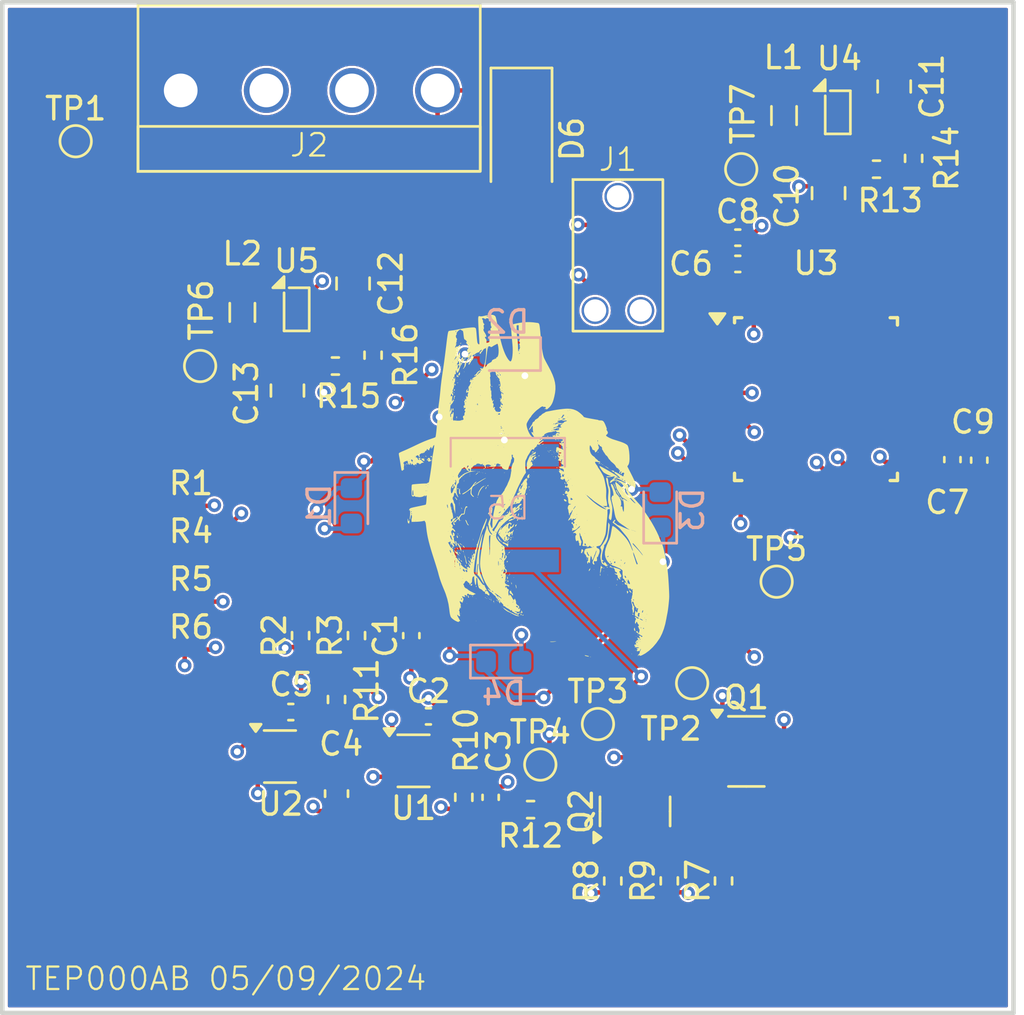
<source format=kicad_pcb>
(kicad_pcb (version 20240108) (generator "pcbnew") (generator_version "8.0")
  (layers (0 "F.Cu" signal) (1 "In1.Cu" signal) (2 "In2.Cu" signal) (31 "B.Cu" signal) (34 "B.Paste" user) (35 "F.Paste" user) (36 "B.SilkS" user "B.Silkscreen") (37 "F.SilkS" user "F.Silkscreen") (38 "B.Mask" user) (39 "F.Mask" user) (44 "Edge.Cuts" user))
  (net 0 "")
  (net 1 "GND")
  (net 2 "Vref")
  (net 3 "+3.3VA")
  (net 4 "Net-(D5-A)")
  (net 5 "+3V3")
  (net 6 "Net-(C3-Pad2)")
  (net 7 "Net-(C4-Pad1)")
  (net 8 "Net-(U2--)")
  (net 9 "VDC")
  (net 10 "Net-(D1-K)")
  (net 11 "Net-(D1-A)")
  (net 12 "Net-(D2-A)")
  (net 13 "Net-(D3-A)")
  (net 14 "Net-(D4-A)")
  (net 15 "PDI_DATA")
  (net 18 "PDI_CLK")
  (net 19 "MCU_RX")
  (net 20 "MCU_TX")
  (net 21 "Net-(U4-EN)")
  (net 22 "Net-(U4-Vin)")
  (net 23 "Net-(U5-LX1)")
  (net 24 "Net-(U5-LX2)")
  (net 25 "LED_EN")
  (net 26 "Net-(Q2-E)")
  (net 27 "Net-(Q2-B)")
  (net 28 "DAC")
  (net 29 "OHR_ADC")
  (net 30 "Net-(U4-LX2)")
  (net 31 "Net-(U5-FB)")
  (net 32 "Net-(U3-PC6)")
  (net 42 "EN_A")
  (net 44 "3V3A_EN")
  (footprint "Resistor_SMD:R_01005_0402Metric" (layer "F.Cu") (at 147.1676 117.2718)
    (property "Reference" "R5")
    (property "Value" "15R")
  )
  (footprint "Capacitor_SMD:C_0402_1005Metric" (layer "F.Cu") (at 182.245 110.9726 90)
    (property "Reference" "C9")
    (property "Value" "1u")
  )
  (footprint "Resistor_SMD:R_0402_1005Metric" (layer "F.Cu") (at 179.324 97.536 90)
    (property "Reference" "R14")
    (property "Value" "91k")
  )
  (footprint "Diode_SMD:D_SOD-128" (layer "F.Cu") (at 161.8742 96.6724 -90)
    (property "Reference" "D6")
    (property "Value" "fast")
  )
  (footprint "Capacitor_SMD:C_0805_2012Metric" (layer "F.Cu") (at 178.4604 94.3356 -90)
    (property "Reference" "C11")
    (property "Value" "22uF")
  )
  (footprint "Package_TO_SOT_SMD:SOT-23-3" (layer "F.Cu") (at 171.8818 123.9379)
    (property "Reference" "Q1")
    (property "Value" "2N7002k-7")
  )
  (footprint "Capacitor_SMD:C_0402_1005Metric" (layer "F.Cu") (at 157.734 122.3772 180)
    (property "Reference" "C2")
    (property "Value" "0u1")
  )
  (footprint "Resistor_SMD:R_0402_1005Metric" (layer "F.Cu") (at 170.8658 129.7057 -90)
    (property "Reference" "R7")
    (property "Value" "100R")
  )
  (footprint "Package_BGA:Texas_DSBGA-8_0.705x1.468mm_Layout2x4_P0.4mm" (layer "F.Cu") (at 175.9506 95.4868)
    (property "Reference" "U4")
    (property "Value" "TPS631011")
  )
  (footprint "Capacitor_SMD:C_0402_1005Metric" (layer "F.Cu") (at 151.61 122.1873 180)
    (property "Reference" "C5")
    (property "Value" "0u1")
  )
  (footprint "Resistor_SMD:R_01005_0402Metric" (layer "F.Cu") (at 147.1676 119.404734)
    (property "Reference" "R6")
    (property "Value" "15R")
  )
  (footprint "TestPoint:TestPoint_Pad_D1.0mm" (layer "F.Cu") (at 171.6532 98.0186)
    (property "Reference" "TP7")
    (property "Value" "3V3A")
  )
  (footprint "Package_TO_SOT_SMD:SOT-353_SC-70-5" (layer "F.Cu") (at 151.13 124.1685)
    (property "Reference" "U2")
    (property "Value" "MCP6006T-E/LT")
  )
  (footprint "Resistor_SMD:R_0402_1005Metric" (layer "F.Cu") (at 152.0444 118.7837 90)
    (property "Reference" "R2")
    (property "Value" "100k")
  )
  (footprint "Capacitor_SMD:C_0805_2012Metric" (layer "F.Cu") (at 154.3812 103.1088 -90)
    (property "Reference" "C12")
    (property "Value" "22uF")
  )
  (footprint "Resistor_SMD:R_0402_1005Metric" (layer "F.Cu") (at 155.2702 106.299 90)
    (property "Reference" "R16")
    (property "Value" "91k")
  )
  (footprint "Package_QFP:TQFP-32_7x7mm_P0.8mm" (layer "F.Cu") (at 174.9806 108.2548)
    (property "Reference" "U3")
    (property "Value" "ATxmega8E5-A")
  )
  (footprint "Capacitor_SMD:C_0603_1608Metric" (layer "F.Cu") (at 153.6446 125.8195 90)
    (property "Reference" "C4")
    (property "Value" "1u5")
  )
  (footprint "TestPoint:TestPoint_Pad_D1.0mm" (layer "F.Cu") (at 173.228 116.3828)
    (property "Reference" "TP5")
    (property "Value" "MCU")
  )
  (footprint "Capacitor_SMD:C_0805_2012Metric" (layer "F.Cu") (at 151.4602 107.8738 -90)
    (property "Reference" "C13")
    (property "Value" "47uF")
  )
  (footprint "Capacitor_SMD:C_0805_2012Metric" (layer "F.Cu") (at 175.5394 99.0854 -90)
    (property "Reference" "C10")
    (property "Value" "47uF")
  )
  (footprint "Resistor_SMD:R_0402_1005Metric" (layer "F.Cu") (at 177.673 98.0186)
    (property "Reference" "R13")
    (property "Value" "511k")
  )
  (footprint "Resistor_SMD:R_01005_0402Metric" (layer "F.Cu") (at 147.1676 115.138867)
    (property "Reference" "R4")
    (property "Value" "15R")
  )
  (footprint "MyFootPrints:PDI_AVR_TagConnect" (layer "F.Cu") (at 166.1668 101.769 90)
    (property "Reference" "J1")
    (property "Value" "AVR-PDI-6")
  )
  (footprint "Inductor_SMD:L_0805_2012Metric_Pad1.05x1.20mm_HandSolder" (layer "F.Cu") (at 149.4536 104.394 -90)
    (property "Reference" "L2")
    (property "Value" "1uH")
  )
  (footprint "Resistor_SMD:R_0402_1005Metric" (layer "F.Cu") (at 165.9382 129.7077 90)
    (property "Reference" "R8")
    (property "Value" "100R")
  )
  (footprint "TestPoint:TestPoint_Pad_D1.0mm" (layer "F.Cu") (at 169.4688 120.904)
    (property "Reference" "TP2")
    (property "Value" "LED_EN")
  )
  (footprint "MyFootPrints:3.81mm4PosTerm_2007987" (layer "F.Cu") (at 152.4254 94.4118)
    (property "Reference" "J2")
    (property "Value" "Conn")
  )
  (footprint "Capacitor_SMD:C_0402_1005Metric" (layer "F.Cu") (at 181.0512 110.9472 -90)
    (property "Reference" "C7")
    (property "Value" "0u1")
  )
  (footprint "Inductor_SMD:L_0805_2012Metric_Pad1.05x1.20mm_HandSolder" (layer "F.Cu") (at 173.5582 95.631 -90)
    (property "Reference" "L1")
    (property "Value" "1uH")
  )
  (footprint "TestPoint:TestPoint_Pad_D1.0mm" (layer "F.Cu") (at 162.7124 124.5241)
    (property "Reference" "TP4")
    (property "Value" "OHR_O")
  )
  (footprint "Capacitor_SMD:C_0402_1005Metric" (layer "F.Cu") (at 156.972 118.7837 90)
    (property "Reference" "C1")
    (property "Value" "0u1")
  )
  (footprint "Capacitor_SMD:C_0402_1005Metric" (layer "F.Cu") (at 171.5008 102.235 180)
    (property "Reference" "C6")
    (property "Value" "0u1")
  )
  (footprint "TestPoint:TestPoint_Pad_D1.0mm" (layer "F.Cu") (at 147.574 106.7816)
    (property "Reference" "TP6")
    (property "Value" "3V3A")
  )
  (footprint "Resistor_SMD:R_0402_1005Metric" (layer "F.Cu") (at 159.3088 125.984 -90)
    (property "Reference" "R10")
    (property "Value" "1Meg")
  )
  (footprint "Resistor_SMD:R_0402_1005Metric" (layer "F.Cu") (at 154.5336 118.7837 90)
    (property "Reference" "R3")
    (property "Value" "100k")
  )
  (footprint "Package_TO_SOT_SMD:SOT-23" (layer "F.Cu") (at 166.9288 126.6109 90)
    (property "Reference" "Q2")
    (property "Value" "BC849C,125")
  )
  (footprint "Package_TO_SOT_SMD:SOT-353_SC-70-5" (layer "F.Cu") (at 157.0736 124.3584)
    (property "Reference" "U1")
    (property "Value" "MCP6006T-E/LT")
  )
  (footprint "TestPoint:TestPoint_Pad_D1.0mm" (layer "F.Cu") (at 165.2778 122.7207)
    (property "Reference" "TP3")
    (property "Value" "V_BLEED")
  )
  (footprint "Resistor_SMD:R_0402_1005Metric" (layer "F.Cu") (at 168.4528 129.7037 90)
    (property "Reference" "R9")
    (property "Value" "DNM")
  )
  (footprint "Resistor_SMD:R_0402_1005Metric" (layer "F.Cu") (at 153.5938 106.7816)
    (property "Reference" "R15")
    (property "Value" "511k")
  )
  (footprint "Package_BGA:Texas_DSBGA-8_0.705x1.468mm_Layout2x4_P0.4mm" (layer "F.Cu") (at 151.8698 104.2574)
    (property "Reference" "U5")
    (property "Value" "TPS631011")
  )
  (footprint "Resistor_SMD:R_01005_0402Metric" (layer "F.Cu") (at 147.1676 113.005934)
    (property "Reference" "R1")
    (property "Value" "15R")
  )
  (footprint "Capacitor_SMD:C_0402_1005Metric" (layer "F.Cu") (at 171.5008 101.0666)
    (property "Reference" "C8")
    (property "Value" "1u")
  )
  (footprint "Resistor_SMD:R_0402_1005Metric" (layer "F.Cu") (at 162.2806 126.5307 180)
    (property "Reference" "R12")
    (property "Value" "100R")
  )
  (footprint "Capacitor_SMD:C_0402_1005Metric" (layer "F.Cu") (at 160.5026 125.984 -90)
    (property "Reference" "C3")
    (property "Value" "160pF")
  )
  (footprint "TestPoint:TestPoint_Pad_D1.0mm" (layer "F.Cu") (at 142.0368 96.7724)
    (property "Reference" "TP1")
    (property "Value" "GND")
  )
  (footprint "LOGO" (layer "F.Cu") (at 163.125363 114.068332)
    (property "Reference" "G***" (hide yes))
    (property "Value" "LOGO" (hide yes))
  )
  (footprint "Resistor_SMD:R_0402_1005Metric" (layer "F.Cu") (at 153.6446 121.6285 -90)
    (property "Reference" "R11")
    (property "Value" "1Meg")
  )
  (footprint "MyFootPrints:TEMD5510FX01" (layer "B.Cu") (at 161.2646 113.1062 -90)
    (property "Reference" "D5")
    (property "Value" "TEMD5510FX01")
  )
  (footprint "Diode_SMD:D_0603_1608Metric" (layer "B.Cu") (at 154.305 113.0046 -90)
    (property "Reference" "D1")
    (property "Value" "MP005927")
  )
  (footprint "Diode_SMD:D_0603_1608Metric" (layer "B.Cu") (at 168.0464 113.1824 90)
    (property "Reference" "D3")
    (property "Value" "MP005927")
  )
  (footprint "Diode_SMD:D_0603_1608Metric" (layer "B.Cu") (at 161.0868 119.9388)
    (property "Reference" "D4")
    (property "Value" "MP005927")
  )
  (footprint "Diode_SMD:D_0603_1608Metric" (layer "B.Cu") (at 161.2392 106.2482 180)
    (property "Reference" "D2")
    (property "Value" "MP005927")
  )
  (gr_line (start 183.769 135.5852) (end 183.769 90.5852) (stroke (width 0.2)) (layer "Edge.Cuts"))
  (gr_line (start 138.769 135.5852) (end 183.769 135.5852) (stroke (width 0.2)) (layer "Edge.Cuts"))
  (gr_line (start 183.769 90.5852) (end 138.769 90.5852) (stroke (width 0.2)) (layer "Edge.Cuts"))
  (gr_line (start 138.769 90.5852) (end 138.769 135.5852) (stroke (width 0.2)) (layer "Edge.Cuts"))
  (gr_text "TEP000AB 05/09/2024" (at 139.7254 134.6454 0) (layer "F.SilkS") (effects (font (size 1 1) (thickness 0.1)) (justify left bottom)))
  (segment (start 156.0624 125.0696) (end 156.1236 125.0084) (width 0.2) (layer "F.Cu") (net 2))
  (segment (start 156.972 120.609835) (end 156.916035 120.6658) (width 0.2) (layer "F.Cu") (net 2))
  (segment (start 155.2702 125.0696) (end 156.0624 125.0696) (width 0.2) (layer "F.Cu") (net 2))
  (segment (start 150.1394 125.8062) (end 150.1394 124.8591) (width 0.2) (layer "F.Cu") (net 2))
  (segment (start 154.5336 119.2937) (end 156.942 119.2937) (width 0.2) (layer "F.Cu") (net 2))
  (segment (start 156.942 119.2937) (end 156.972 119.2637) (width 0.2) (layer "F.Cu") (net 2))
  (segment (start 153.5136 118.2737) (end 154.5336 119.2937) (width 0.2) (layer "F.Cu") (net 2))
  (segment (start 156.972 119.2637) (end 156.972 120.609835) (width 0.2) (layer "F.Cu") (net 2))
  (segment (start 150.1394 124.8591) (end 150.18 124.8185) (width 0.2) (layer "F.Cu") (net 2))
  (segment (start 152.0444 118.2737) (end 153.5136 118.2737) (width 0.2) (layer "F.Cu") (net 2))
  (via (at 156.916035 120.6658) (size 0.6) (drill 0.3) (layers "F.Cu" "B.Cu") (net 2))
  (via (at 150.1394 125.8062) (size 0.6) (drill 0.3) (layers "F.Cu" "B.Cu") (net 2))
  (via (at 155.2702 125.0696) (size 0.6) (drill 0.3) (layers "F.Cu" "B.Cu") (net 2))
  (segment (start 158.214 123.518) (end 158.0236 123.7084) (width 0.2) (layer "F.Cu") (net 3))
  (segment (start 153.0858 107.95) (end 153.0858 106.7836) (width 0.2) (layer "F.Cu") (net 3))
  (segment (start 152.0698 120.8278) (end 152.0698 119.3191) (width 0.2) (layer "F.Cu") (net 3))
  (segment (start 153.0838 106.7816) (end 151.6024 106.7816) (width 0.2) (layer "F.Cu") (net 3))
  (segment (start 152.0698 122.1671) (end 152.09 122.1873) (width 0.2) (layer "F.Cu") (net 3))
  (segment (start 161.1122 110.074) (end 159.5532 110.074) (width 0.2) (layer "F.Cu") (net 3))
  (segment (start 158.214 122.3772) (end 158.214 122.0444) (width 0.2) (layer "F.Cu") (net 3))
  (segment (start 151.318 106.7816) (end 151.4602 106.9238) (width 0.2) (layer "F.Cu") (net 3))
  (segment (start 151.6698 104.8574) (end 151.6698 106.7142) (width 0.2) (layer "F.Cu") (net 3))
  (segment (start 152.09 122.1873) (end 152.09 123.5085) (width 0.2) (layer "F.Cu") (net 3))
  (segment (start 152.0698 120.8278) (end 152.0698 122.1671) (width 0.2) (layer "F.Cu") (net 3))
  (segment (start 146.9176 115.138867) (end 146.9176 117.2718) (width 0.2) (layer "F.Cu") (net 3))
  (segment (start 151.4602 106.9238) (end 146.9176 111.4664) (width 0.2) (layer "F.Cu") (net 3))
  (segment (start 151.6024 106.7816) (end 151.4602 106.9238) (width 0.2) (layer "F.Cu") (net 3))
  (segment (start 158.526565 109.047365) (end 158.211435 109.047365) (width 0.2) (layer "F.Cu") (net 3))
  (segment (start 152.0698 119.3191) (end 152.0444 119.2937) (width 0.2) (layer "F.Cu") (net 3))
  (segment (start 158.6484 109.1692) (end 158.526565 109.047365) (width 0.2) (layer "F.Cu") (net 3))
  (segment (start 146.9176 111.4664) (end 146.9176 113.005934) (width 0.2) (layer "F.Cu") (net 3))
  (segment (start 158.214 122.3772) (end 158.214 123.518) (width 0.2) (layer "F.Cu") (net 3))
  (segment (start 146.8882 120.1166) (end 146.8882 119.434134) (width 0.2) (layer "F.Cu") (net 3))
  (segment (start 151.6698 106.7142) (end 151.4602 106.9238) (width 0.2) (layer "F.Cu") (net 3))
  (segment (start 159.5532 110.074) (end 158.6484 109.1692) (width 0.2) (layer "F.Cu") (net 3))
  (segment (start 151.3941 119.2937) (end 151.3586 119.3292) (width 0.2) (layer "F.Cu") (net 3))
  (segment (start 146.8882 119.434134) (end 146.9176 119.404734) (width 0.2) (layer "F.Cu") (net 3))
  (segment (start 152.09 123.5085) (end 152.08 123.5185) (width 0.2) (layer "F.Cu") (net 3))
  (segment (start 146.9176 113.005934) (end 146.9176 115.138867) (width 0.2) (layer "F.Cu") (net 3))
  (segment (start 147.574 106.7816) (end 151.318 106.7816) (width 0.2) (layer "F.Cu") (net 3))
  (segment (start 152.0444 119.2937) (end 151.3941 119.2937) (width 0.2) (layer "F.Cu") (net 3))
  (segment (start 146.9176 117.2718) (end 146.9176 119.404734) (width 0.2) (layer "F.Cu") (net 3))
  (segment (start 153.0858 106.7836) (end 153.0838 106.7816) (width 0.2) (layer "F.Cu") (net 3))
  (segment (start 158.214 122.0444) (end 157.734 121.5644) (width 0.2) (layer "F.Cu") (net 3))
  (via (at 151.3586 119.3292) (size 0.6) (drill 0.3) (layers "F.Cu" "B.Cu") (net 3))
  (via (at 157.734 121.5644) (size 0.6) (drill 0.3) (layers "F.Cu" "B.Cu") (net 3))
  (via (at 146.8882 120.1166) (size 0.6) (drill 0.3) (layers "F.Cu" "B.Cu") (net 3))
  (via (at 158.211435 109.047365) (size 0.6) (drill 0.3) (layers "F.Cu" "B.Cu") (net 3))
  (via (at 161.1122 110.074) (size 0.6) (drill 0.3) (layers "F.Cu" "B.Cu") (net 3))
  (via (at 153.0858 107.95) (size 0.6) (drill 0.3) (layers "F.Cu" "B.Cu") (net 3))
  (via (at 152.0698 120.8278) (size 0.6) (drill 0.3) (layers "F.Cu" "B.Cu") (net 3))
  (segment (start 161.2646 110.7562) (end 161.2646 110.2264) (width 0.2) (layer "B.Cu") (net 3))
  (segment (start 161.2646 110.2264) (end 161.1122 110.074) (width 0.2) (layer "B.Cu") (net 3))
  (segment (start 166.9288 124.0282) (end 166.9288 125.6734) (width 0.2) (layer "F.Cu") (net 4))
  (segment (start 158.4892 125.474) (end 158.0236 125.0084) (width 0.2) (layer "F.Cu") (net 4))
  (segment (start 159.3088 125.474) (end 158.4892 125.474) (width 0.2) (layer "F.Cu") (net 4))
  (segment (start 166.751 124.206) (end 166.9288 124.0282) (width 0.2) (layer "F.Cu") (net 4))
  (segment (start 167.2082 120.5992) (end 166.9288 120.8786) (width 0.2) (layer "F.Cu") (net 4))
  (segment (start 160.5026 125.504) (end 159.3388 125.504) (width 0.2) (layer "F.Cu") (net 4))
  (segment (start 159.3388 125.504) (end 159.3088 125.474) (width 0.2) (layer "F.Cu") (net 4))
  (segment (start 165.989 124.206) (end 166.751 124.206) (width 0.2) (layer "F.Cu") (net 4))
  (segment (start 160.5026 125.504) (end 161.0588 125.504) (width 0.2) (layer "F.Cu") (net 4))
  (segment (start 166.9288 120.8786) (end 166.9288 124.0282) (width 0.2) (layer "F.Cu") (net 4))
  (segment (start 161.0588 125.504) (end 161.2646 125.2982) (width 0.2) (layer "F.Cu") (net 4))
  (via (at 165.989 124.206) (size 0.6) (drill 0.3) (layers "F.Cu" "B.Cu") (net 4))
  (via (at 167.2082 120.5992) (size 0.6) (drill 0.3) (layers "F.Cu" "B.Cu") (net 4))
  (via (at 161.2646 125.2982) (size 0.6) (drill 0.3) (layers "F.Cu" "B.Cu") (net 4))
  (segment (start 162.0652 115.4562) (end 167.2082 120.5992) (width 0.2) (layer "B.Cu") (net 4))
  (segment (start 161.2646 115.4562) (end 162.0652 115.4562) (width 0.2) (layer "B.Cu") (net 4))
  (segment (start 179.603 111.4272) (end 179.2306 111.0548) (width 0.2) (layer "F.Cu") (net 5))
  (segment (start 172.0342 101.0666) (end 172.5676 100.5332) (width 0.2) (layer "F.Cu") (net 5))
  (segment (start 171.9808 101.0666) (end 171.0197 100.1055) (width 0.2) (layer "F.Cu") (net 5))
  (segment (start 182.245 111.4526) (end 181.0766 111.4526) (width 0.2) (layer "F.Cu") (net 5))
  (segment (start 175.7506 96.0868) (end 175.7506 97.9242) (width 0.2) (layer "F.Cu") (net 5))
  (segment (start 171.77 98.1354) (end 171.6532 98.0186) (width 0.2) (layer "F.Cu") (net 5))
  (segment (start 171.9808 103.805) (end 172.1806 104.0048) (width 0.2) (layer "F.Cu") (net 5))
  (segment (start 181.0512 111.4272) (end 179.603 111.4272) (width 0.2) (layer "F.Cu") (net 5))
  (segment (start 175.5394 98.1354) (end 171.77 98.1354) (width 0.2) (layer "F.Cu") (net 5))
  (segment (start 172.212 105.3592) (end 172.212 104.0362) (width 0.2) (layer "F.Cu") (net 5))
  (segment (start 175.6562 98.0186) (end 175.5394 98.1354) (width 0.2) (layer "F.Cu") (net 5))
  (segment (start 175.7506 97.9242) (end 175.5394 98.1354) (width 0.2) (layer "F.Cu") (net 5))
  (segment (start 171.0197 100.1055) (end 167.1953 100.1055) (width 0.2) (layer "F.Cu") (net 5))
  (segment (start 174.2186 98.7806) (end 174.8942 98.7806) (width 0.2) (layer "F.Cu") (net 5))
  (segment (start 178.06 111.0548) (end 177.8254 110.8202) (width 0.2) (layer "F.Cu") (net 5))
  (segment (start 171.9808 101.0666) (end 172.0342 101.0666) (width 0.2) (layer "F.Cu") (net 5))
  (segment (start 174.8942 98.7806) (end 175.5394 98.1354) (width 0.2) (layer "F.Cu") (net 5))
  (segment (start 172.212 104.0362) (end 172.1806 104.0048) (width 0.2) (layer "F.Cu") (net 5))
  (segment (start 171.9808 101.0666) (end 171.9808 102.235) (width 0.2) (layer "F.Cu") (net 5))
  (segment (start 167.1953 100.1055) (end 166.8018 100.499) (width 0.2) (layer "F.Cu") (net 5))
  (segment (start 177.163 98.0186) (end 175.6562 98.0186) (width 0.2) (layer "F.Cu") (net 5))
  (segment (start 171.9808 102.235) (end 171.9808 103.805) (width 0.2) (layer "F.Cu") (net 5))
  (segment (start 181.0766 111.4526) (end 181.0512 111.4272) (width 0.2) (layer "F.Cu") (net 5))
  (segment (start 179.2306 111.0548) (end 178.06 111.0548) (width 0.2) (layer "F.Cu") (net 5))
  (via (at 174.2186 98.7806) (size 0.6) (drill 0.3) (layers "F.Cu" "B.Cu") (net 5))
  (via (at 172.212 105.3592) (size 0.6) (drill 0.3) (layers "F.Cu" "B.Cu") (net 5))
  (via (at 177.8254 110.8202) (size 0.6) (drill 0.3) (layers "F.Cu" "B.Cu") (net 5))
  (via (at 172.5676 100.5332) (size 0.6) (drill 0.3) (layers "F.Cu" "B.Cu") (net 5))
  (segment (start 155.4988 121.539) (end 155.0783 121.1185) (width 0.2) (layer "F.Cu") (net 6))
  (segment (start 159.3388 126.464) (end 159.3088 126.494) (width 0.2) (layer "F.Cu") (net 6))
  (segment (start 160.5693 126.5307) (end 160.5026 126.464) (width 0.2) (layer "F.Cu") (net 6))
  (segment (start 156.1236 122.5448) (end 156.0957 122.5169) (width 0.2) (layer "F.Cu") (net 6))
  (segment (start 155.0783 121.1185) (end 153.6446 121.1185) (width 0.2) (layer "F.Cu") (net 6))
  (segment (start 156.1236 123.7084) (end 156.1236 122.5448) (width 0.2) (layer "F.Cu") (net 6))
  (segment (start 161.7706 126.5307) (end 160.5693 126.5307) (width 0.2) (layer "F.Cu") (net 6))
  (segment (start 159.3088 126.494) (end 158.371 126.494) (width 0.2) (layer "F.Cu") (net 6))
  (segment (start 160.5026 126.464) (end 159.3388 126.464) (width 0.2) (layer "F.Cu") (net 6))
  (segment (start 158.371 126.494) (end 158.2928 126.4158) (width 0.2) (layer "F.Cu") (net 6))
  (via (at 158.2928 126.4158) (size 0.6) (drill 0.3) (layers "F.Cu" "B.Cu") (net 6))
  (via (at 156.0957 122.5169) (size 0.6) (drill 0.3) (layers "F.Cu" "B.Cu") (net 6))
  (via (at 155.4988 121.539) (size 0.6) (drill 0.3) (layers "F.Cu" "B.Cu") (net 6))
  (segment (start 165.9382 130.2177) (end 165.0065 130.2177) (width 0.2) (layer "F.Cu") (net 7))
  (segment (start 149.6585 123.5185) (end 150.18 123.5185) (width 0.2) (layer "F.Cu") (net 7))
  (segment (start 153.6446 126.5945) (end 152.8073 126.5945) (width 0.2) (layer "F.Cu") (net 7))
  (segment (start 152.8073 126.5945) (end 152.6032 126.3904) (width 0.2) (layer "F.Cu") (net 7))
  (segment (start 165.0065 130.2177) (end 164.973 130.2512) (width 0.2) (layer "F.Cu") (net 7))
  (segment (start 149.225 123.952) (end 149.6585 123.5185) (width 0.2) (layer "F.Cu") (net 7))
  (via (at 152.6032 126.3904) (size 0.6) (drill 0.3) (layers "F.Cu" "B.Cu") (net 7))
  (via (at 164.973 130.2512) (size 0.6) (drill 0.3) (layers "F.Cu" "B.Cu") (net 7))
  (via (at 149.225 123.952) (size 0.6) (drill 0.3) (layers "F.Cu" "B.Cu") (net 7))
  (segment (start 153.6446 125.0445) (end 153.6446 122.1385) (width 0.2) (layer "F.Cu") (net 8))
  (segment (start 153.6446 125.0445) (end 152.306 125.0445) (width 0.2) (layer "F.Cu") (net 8))
  (segment (start 152.306 125.0445) (end 152.08 124.8185) (width 0.2) (layer "F.Cu") (net 8))
  (segment (start 162.6906 93.656) (end 161.8742 94.4724) (width 0.2) (layer "F.Cu") (net 9))
  (segment (start 158.1404 94.5118) (end 161.8348 94.5118) (width 0.2) (layer "F.Cu") (net 9))
  (segment (start 153.002714 102.1588) (end 151.6698 103.491714) (width 0.2) (layer "F.Cu") (net 9))
  (segment (start 176.1506 94.8868) (end 176.9592 94.8868) (width 0.2) (layer "F.Cu") (net 9))
  (segment (start 158.1404 94.5118) (end 158.1404 99.4664) (width 0.2) (layer "F.Cu") (net 9))
  (segment (start 151.6698 103.491714) (end 151.6698 103.6574) (width 0.2) (layer "F.Cu") (net 9))
  (segment (start 161.8348 94.5118) (end 161.8742 94.4724) (width 0.2) (layer "F.Cu") (net 9))
  (segment (start 176.9592 94.8868) (end 178.4604 93.3856) (width 0.2) (layer "F.Cu") (net 9))
  (segment (start 175.7506 94.8868) (end 174.5198 93.656) (width 0.2) (layer "F.Cu") (net 9))
  (segment (start 174.5198 93.656) (end 162.6906 93.656) (width 0.2) (layer "F.Cu") (net 9))
  (segment (start 155.448 102.1588) (end 154.3812 102.1588) (width 0.2) (layer "F.Cu") (net 9))
  (segment (start 158.1404 99.4664) (end 155.448 102.1588) (width 0.2) (layer "F.Cu") (net 9))
  (segment (start 154.3812 102.1588) (end 153.002714 102.1588) (width 0.2) (layer "F.Cu") (net 9))
  (segment (start 176.1506 94.8868) (end 175.7506 94.8868) (width 0.2) (layer "F.Cu") (net 9))
  (segment (start 154.717234 115.1128) (end 158.6738 119.069366) (width 0.2) (layer "F.Cu") (net 10))
  (segment (start 168.1734 116.2304) (end 168.1734 115.4938) (width 0.2) (layer "F.Cu") (net 10))
  (segment (start 155.194 111.0234) (end 154.8638 111.0234) (width 0.2) (layer "F.Cu") (net 10))
  (segment (start 162.8648 121.539) (end 168.1734 116.2304) (width 0.2) (layer "F.Cu") (net 10))
  (segment (start 162.0266 107.2134) (end 161.8488 107.3912) (width 0.2) (layer "F.Cu") (net 10))
  (segment (start 161.8488 107.3912) (end 158.8262 107.3912) (width 0.2) (layer "F.Cu") (net 10))
  (segment (start 158.8262 107.3912) (end 155.194 111.0234) (width 0.2) (layer "F.Cu") (net 10))
  (segment (start 152.6286 115.1128) (end 154.717234 115.1128) (width 0.2) (layer "F.Cu") (net 10))
  (segment (start 152.5112 113.4014) (end 152.5112 114.9954) (width 0.2) (layer "F.Cu") (net 10))
  (segment (start 152.7556 113.157) (end 152.5112 113.4014) (width 0.2) (layer "F.Cu") (net 10))
  (segment (start 168.7322 116.2304) (end 172.2374 119.7356) (width 0.2) (layer "F.Cu") (net 10))
  (segment (start 168.1734 116.2304) (end 168.7322 116.2304) (width 0.2) (layer "F.Cu") (net 10))
  (segment (start 173.5582 123.399) (end 173.0193 123.9379) (width 0.2) (layer "F.Cu") (net 10))
  (segment (start 158.6738 119.069366) (end 158.6738 119.6848) (width 0.2) (layer "F.Cu") (net 10))
  (segment (start 173.5582 122.5296) (end 173.5582 123.399) (width 0.2) (layer "F.Cu") (net 10))
  (segment (start 152.5112 114.9954) (end 152.6286 115.1128) (width 0.2) (layer "F.Cu") (net 10))
  (via (at 158.6738 119.6848) (size 0.6) (drill 0.3) (layers "F.Cu" "B.Cu") (net 10))
  (via (at 162.8648 121.539) (size 0.6) (drill 0.3) (layers "F.Cu" "B.Cu") (net 10))
  (via (at 154.8638 111.0234) (size 0.6) (drill 0.3) (layers "F.Cu" "B.Cu") (net 10))
  (via (at 168.1734 115.4938) (size 0.6) (drill 0.3) (layers "F.Cu" "B.Cu") (net 10))
  (via (at 173.5582 122.5296) (size 0.6) (drill 0.3) (layers "F.Cu" "B.Cu") (net 10))
  (via (at 172.2374 119.7356) (size 0.6) (drill 0.3) (layers "F.Cu" "B.Cu") (net 10))
  (via (at 152.7556 113.157) (size 0.6) (drill 0.3) (layers "F.Cu" "B.Cu") (net 10))
  (via (at 162.0266 107.2134) (size 0.6) (drill 0.3) (layers "F.Cu" "B.Cu") (net 10))
  (segment (start 168.1734 114.0969) (end 168.0464 113.9699) (width 0.2) (layer "B.Cu") (net 10))
  (segment (start 158.6738 119.6848) (end 160.0453 119.6848) (width 0.2) (layer "B.Cu") (net 10))
  (segment (start 160.2993 120.3451) (end 161.5186 121.5644) (width 0.2) (layer "B.Cu") (net 10))
  (segment (start 154.8638 111.0234) (end 154.8638 111.6583) (width 0.2) (layer "B.Cu") (net 10))
  (segment (start 160.0453 119.6848) (end 160.2993 119.9388) (width 0.2) (layer "B.Cu") (net 10))
  (segment (start 160.2993 119.9388) (end 160.2993 120.3451) (width 0.2) (layer "B.Cu") (net 10))
  (segment (start 161.5186 121.5644) (end 161.544 121.539) (width 0.2) (layer "B.Cu") (net 10))
  (segment (start 162.0267 106.2482) (end 162.0267 107.2133) (width 0.2) (layer "B.Cu") (net 10))
  (segment (start 154.305 112.2171) (end 153.6955 112.2171) (width 0.2) (layer "B.Cu") (net 10))
  (segment (start 161.544 121.539) (end 162.8648 121.539) (width 0.2) (layer "B.Cu") (net 10))
  (segment (start 153.6955 112.2171) (end 152.7556 113.157) (width 0.2) (layer "B.Cu") (net 10))
  (segment (start 168.1734 115.4938) (end 168.1734 114.0969) (width 0.2) (layer "B.Cu") (net 10))
  (segment (start 154.8638 111.6583) (end 154.305 112.2171) (width 0.2) (layer "B.Cu") (net 10))
  (segment (start 162.0267 107.2133) (end 162.0266 107.2134) (width 0.2) (layer "B.Cu") (net 10))
  (segment (start 148.182266 113.005934) (end 148.209 112.9792) (width 0.2) (layer "F.Cu") (net 11))
  (segment (start 147.4176 113.005934) (end 148.182266 113.005934) (width 0.2) (layer "F.Cu") (net 11))
  (via (at 153.1112 114.0206) (size 0.6) (drill 0.3) (layers "F.Cu" "B.Cu") (net 11))
  (via (at 148.209 112.9792) (size 0.6) (drill 0.3) (layers "F.Cu" "B.Cu") (net 11))
  (segment (start 154.0765 114.0206) (end 154.305 113.7921) (width 0.2) (layer "B.Cu") (net 11))
  (segment (start 153.1112 114.0206) (end 154.0765 114.0206) (width 0.2) (layer "B.Cu") (net 11))
  (segment (start 156.2608 108.4072) (end 156.4132 108.4072) (width 0.2) (layer "F.Cu") (net 12))
  (segment (start 147.4176 115.138867) (end 147.608333 115.138867) (width 0.2) (layer "F.Cu") (net 12))
  (segment (start 147.608333 115.138867) (end 149.412765 113.334435) (width 0.2) (layer "F.Cu") (net 12))
  (segment (start 156.4132 108.4072) (end 157.8864 106.934) (width 0.2) (layer "F.Cu") (net 12))
  (via (at 157.8864 106.934) (size 0.6) (drill 0.3) (layers "F.Cu" "B.Cu") (net 12))
  (via (at 159.3596 106.2482) (size 0.6) (drill 0.3) (layers "F.Cu" "B.Cu") (net 12))
  (via (at 156.2608 108.4072) (size 0.6) (drill 0.3) (layers "F.Cu" "B.Cu") (net 12))
  (via (at 149.412765 113.334435) (size 0.6) (drill 0.3) (layers "F.Cu" "B.Cu") (net 12))
  (segment (start 159.3596 106.2482) (end 160.4517 106.2482) (width 0.2) (layer "B.Cu") (net 12))
  (segment (start 147.4176 117.2718) (end 148.59 117.2718) (width 0.2) (layer "F.Cu") (net 13))
  (via (at 148.59 117.2718) (size 0.6) (drill 0.3) (layers "F.Cu" "B.Cu") (net 13))
  (via (at 166.7764 112.268) (size 0.6) (drill 0.3) (layers "F.Cu" "B.Cu") (net 13))
  (segment (start 167.9195 112.268) (end 168.0464 112.3949) (width 0.2) (layer "B.Cu") (net 13))
  (segment (start 166.7764 112.268) (end 167.9195 112.268) (width 0.2) (layer "B.Cu") (net 13))
  (segment (start 147.4176 119.404734) (end 148.158866 119.404734) (width 0.2) (layer "F.Cu") (net 14))
  (segment (start 148.158866 119.404734) (end 148.2598 119.3038) (width 0.2) (layer "F.Cu") (net 14))
  (via (at 161.8742 118.745) (size 0.6) (drill 0.3) (layers "F.Cu" "B.Cu") (net 14))
  (via (at 148.2598 119.3038) (size 0.6) (drill 0.3) (layers "F.Cu" "B.Cu") (net 14))
  (segment (start 161.8742 119.9387) (end 161.8743 119.9388) (width 0.2) (layer "B.Cu") (net 14))
  (segment (start 161.8742 118.745) (end 161.8742 119.9387) (width 0.2) (layer "B.Cu") (net 14))
  (segment (start 165.5318 100.499) (end 164.4054 100.499) (width 0.2) (layer "F.Cu") (net 15))
  (segment (start 164.4054 100.499) (end 164.3888 100.4824) (width 0.2) (layer "F.Cu") (net 15))
  (segment (start 169.3098 110.2548) (end 170.7306 110.2548) (width 0.2) (layer "F.Cu") (net 15))
  (segment (start 168.91 109.855) (end 169.3098 110.2548) (width 0.2) (layer "F.Cu") (net 15))
  (via (at 164.3888 100.4824) (size 0.6) (drill 0.3) (layers "F.Cu" "B.Cu") (net 15))
  (via (at 168.91 109.855) (size 0.6) (drill 0.3) (layers "F.Cu" "B.Cu") (net 15))
  (segment (start 170.7306 111.0548) (end 169.236457 111.0548) (width 0.2) (layer "F.Cu") (net 18))
  (segment (start 169.236457 111.0548) (end 168.83294 110.651283) (width 0.2) (layer "F.Cu") (net 18))
  (segment (start 165.5318 103.039) (end 164.7356 103.039) (width 0.2) (layer "F.Cu") (net 18))
  (segment (start 164.7356 103.039) (end 164.4142 102.7176) (width 0.2) (layer "F.Cu") (net 18))
  (via (at 168.83294 110.651283) (size 0.6) (drill 0.3) (layers "F.Cu" "B.Cu") (net 18))
  (via (at 164.4142 102.7176) (size 0.6) (drill 0.3) (layers "F.Cu" "B.Cu") (net 18))
  (segment (start 176.1806 111.0804) (end 175.9458 110.8456) (width 0.2) (layer "F.Cu") (net 19))
  (segment (start 176.1806 112.5048) (end 176.1806 111.0804) (width 0.2) (layer "F.Cu") (net 19))
  (via (at 175.9458 110.8456) (size 0.6) (drill 0.3) (layers "F.Cu" "B.Cu") (net 19))
  (segment (start 175.3806 111.4488) (end 175.006 111.0742) (width 0.2) (layer "F.Cu") (net 20))
  (segment (start 175.3806 112.5048) (end 175.3806 111.4488) (width 0.2) (layer "F.Cu") (net 20))
  (via (at 175.006 111.0742) (size 0.6) (drill 0.3) (layers "F.Cu" "B.Cu") (net 20))
  (segment (start 173.5582 94.481) (end 174.364 95.2868) (width 0.2) (layer "F.Cu") (net 21))
  (segment (start 174.364 95.2868) (end 175.7506 95.2868) (width 0.2) (layer "F.Cu") (net 21))
  (segment (start 175.7506 95.6868) (end 174.6524 95.6868) (width 0.2) (layer "F.Cu") (net 22))
  (segment (start 174.6524 95.6868) (end 173.5582 96.781) (width 0.2) (layer "F.Cu") (net 22))
  (segment (start 150.267 104.0574) (end 151.6698 104.0574) (width 0.2) (layer "F.Cu") (net 23))
  (segment (start 149.4536 103.244) (end 150.267 104.0574) (width 0.2) (layer "F.Cu") (net 23))
  (segment (start 150.5402 104.4574) (end 149.4536 105.544) (width 0.2) (layer "F.Cu") (net 24))
  (segment (start 151.6698 104.4574) (end 150.5402 104.4574) (width 0.2) (layer "F.Cu") (net 24))
  (segment (start 174.5806 112.5048) (end 174.5806 113.684) (width 0.2) (layer "F.Cu") (net 25))
  (segment (start 169.4688 121.7124) (end 170.7443 122.9879) (width 0.2) (layer "F.Cu") (net 25))
  (segment (start 174.5806 113.684) (end 173.8376 114.427) (width 0.2) (layer "F.Cu") (net 25))
  (segment (start 170.815 122.9172) (end 170.7443 122.9879) (width 0.2) (layer "F.Cu") (net 25))
  (segment (start 170.815 121.4628) (end 170.815 122.9172) (width 0.2) (layer "F.Cu") (net 25))
  (segment (start 169.4688 120.904) (end 169.4688 121.7124) (width 0.2) (layer "F.Cu") (net 25))
  (via (at 170.815 121.4628) (size 0.6) (drill 0.3) (layers "F.Cu" "B.Cu") (net 25))
  (via (at 173.8376 114.427) (size 0.6) (drill 0.3) (layers "F.Cu" "B.Cu") (net 25))
  (segment (start 169.5261 129.1957) (end 170.8658 129.1957) (width 0.2) (layer "F.Cu") (net 26))
  (segment (start 167.8788 127.5484) (end 169.5261 129.1957) (width 0.2) (layer "F.Cu") (net 26))
  (segment (start 168.4488 129.1977) (end 168.4528 129.1937) (width 0.2) (layer "F.Cu") (net 27))
  (segment (start 165.9382 129.1977) (end 168.4488 129.1977) (width 0.2) (layer "F.Cu") (net 27))
  (segment (start 165.9788 127.5484) (end 165.2778 126.8474) (width 0.2) (layer "F.Cu") (net 27))
  (segment (start 165.2778 126.8474) (end 165.2778 122.7207) (width 0.2) (layer "F.Cu") (net 27))
  (segment (start 165.9382 129.1977) (end 165.9382 127.589) (width 0.2) (layer "F.Cu") (net 27))
  (segment (start 165.9382 127.589) (end 165.9788 127.5484) (width 0.2) (layer "F.Cu") (net 27))
  (segment (start 172.1358 107.9754) (end 170.8512 107.9754) (width 0.2) (layer "F.Cu") (net 28))
  (segment (start 168.4528 130.2137) (end 169.2535 130.2137) (width 0.2) (layer "F.Cu") (net 28))
  (segment (start 170.8512 107.9754) (end 170.7306 107.8548) (width 0.2) (layer "F.Cu") (net 28))
  (segment (start 169.2535 130.2137) (end 169.291 130.2512) (width 0.2) (layer "F.Cu") (net 28))
  (via (at 172.1358 107.9754) (size 0.6) (drill 0.3) (layers "F.Cu" "B.Cu") (net 28))
  (via (at 169.291 130.2512) (size 0.6) (drill 0.3) (layers "F.Cu" "B.Cu") (net 28))
  (segment (start 170.7306 109.4548) (end 171.9642 109.4548) (width 0.2) (layer "F.Cu") (net 29))
  (segment (start 162.7124 126.4525) (end 162.7906 126.5307) (width 0.2) (layer "F.Cu") (net 29))
  (segment (start 162.7124 124.5241) (end 162.7124 126.4525) (width 0.2) (layer "F.Cu") (net 29))
  (segment (start 171.9642 109.4548) (end 172.2374 109.728) (width 0.2) (layer "F.Cu") (net 29))
  (segment (start 163.1188 124.1177) (end 162.7124 124.5241) (width 0.2) (layer "F.Cu") (net 29))
  (segment (start 163.1188 123.1646) (end 163.1188 124.1177) (width 0.2) (layer "F.Cu") (net 29))
  (via (at 163.1188 123.1646) (size 0.6) (drill 0.3) (layers "F.Cu" "B.Cu") (net 29))
  (via (at 172.2374 109.728) (size 0.6) (drill 0.3) (layers "F.Cu" "B.Cu") (net 29))
  (segment (start 178.2104 98.046) (end 178.183 98.0186) (width 0.2) (layer "F.Cu") (net 30))
  (segment (start 176.1506 96.0868) (end 176.2512 96.0868) (width 0.2) (layer "F.Cu") (net 30))
  (segment (start 179.324 98.046) (end 178.2104 98.046) (width 0.2) (layer "F.Cu") (net 30))
  (segment (start 176.2512 96.0868) (end 178.183 98.0186) (width 0.2) (layer "F.Cu") (net 30))
  (segment (start 152.0698 105.3084) (end 152.5524 105.791) (width 0.2) (layer "F.Cu") (net 31))
  (segment (start 155.2702 106.809) (end 154.1312 106.809) (width 0.2) (layer "F.Cu") (net 31))
  (segment (start 154.1312 106.809) (end 154.1038 106.7816) (width 0.2) (layer "F.Cu") (net 31))
  (segment (start 153.1132 105.791) (end 154.1038 106.7816) (width 0.2) (layer "F.Cu") (net 31))
  (segment (start 152.5524 105.791) (end 153.1132 105.791) (width 0.2) (layer "F.Cu") (net 31))
  (segment (start 152.0698 104.8574) (end 152.0698 105.3084) (width 0.2) (layer "F.Cu") (net 31))
  (segment (start 172.9806 116.1354) (end 173.228 116.3828) (width 0.2) (layer "F.Cu") (net 32))
  (segment (start 172.9806 112.5048) (end 172.9806 116.1354) (width 0.2) (layer "F.Cu") (net 32))
  (segment (start 171.6278 113.0576) (end 172.1806 112.5048) (width 0.2) (layer "F.Cu") (net 42))
  (segment (start 171.6278 113.792) (end 171.6278 113.0576) (width 0.2) (layer "F.Cu") (net 42))
  (segment (start 152.352644 103.6574) (end 153.011322 102.998722) (width 0.2) (layer "F.Cu") (net 42))
  (segment (start 152.0698 103.6574) (end 152.352644 103.6574) (width 0.2) (layer "F.Cu") (net 42))
  (via (at 171.6278 113.792) (size 0.6) (drill 0.3) (layers "F.Cu" "B.Cu") (net 42))
  (via (at 153.011322 102.998722) (size 0.6) (drill 0.3) (layers "F.Cu" "B.Cu") (net 42))
  (zone (net 1) (net_name "GND") (layers "F.Cu" "In1.Cu" "In2.Cu" "B.Cu") (connect_pads yes (clearance 0.1)) (min_thickness 0.1) (fill yes (thermal_gap 0.1) (thermal_bridge_width 0.1))
    (polygon (pts (xy 138.7602 90.5764) (xy 183.7944 90.6018) (xy 183.769 135.5852) (xy 138.7856 135.5852)))
  )
)
</source>
